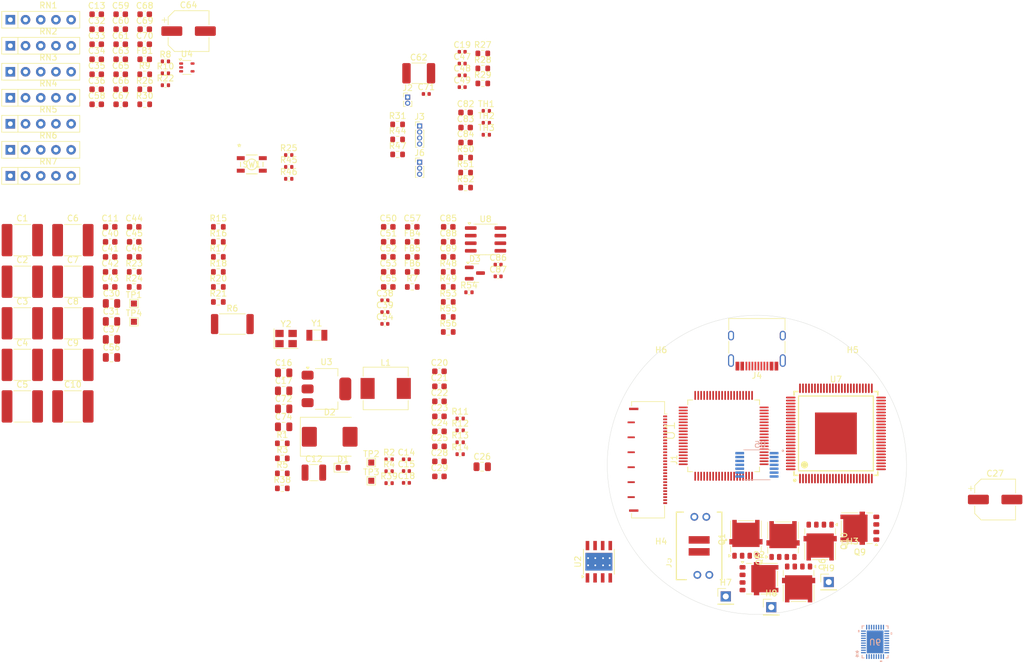
<source format=kicad_pcb>
(kicad_pcb (version 20240108) (generator "pcbnew") (generator_version "8.0")
  (layers (0 "F.Cu" signal "Front Signal") (1 "In1.Cu" power "Upper Ground") (2 "In2.Cu" power "Power") (3 "In3.Cu" signal "Signal") (4 "In4.Cu" power "Lower Ground") (31 "B.Cu" signal "Bottom Signal") (34 "B.Paste" user) (35 "F.Paste" user) (36 "B.SilkS" user "B.Silkscreen") (37 "F.SilkS" user "F.Silkscreen") (38 "B.Mask" user) (39 "F.Mask" user) (44 "Edge.Cuts" user))
  (net 0 "")
  (net 1 "DCBUS")
  (net 2 "GND")
  (net 3 "VCC")
  (net 4 "Net-(D2-K)")
  (net 5 "Net-(U2-BOOT)")
  (net 6 "Net-(C15-Pad1)")
  (net 7 "Net-(U2-COMP)")
  (net 8 "AVCC")
  (net 9 "Net-(U6-BSTA)")
  (net 10 "/SH_A")
  (net 11 "/SH_B")
  (net 12 "Net-(U6-BSTB)")
  (net 13 "/SH_C")
  (net 14 "Net-(U6-BSTC)")
  (net 15 "/Motor/DVDD")
  (net 16 "Net-(U6-CPH)")
  (net 17 "Net-(U6-CPL)")
  (net 18 "Net-(U6-GVDD)")
  (net 19 "/MCU/RTC_XTAL2")
  (net 20 "/MCU/RTC_XTAL1")
  (net 21 "/VBUS_SENSE")
  (net 22 "5V")
  (net 23 "/Encoders/ENC_A")
  (net 24 "/Encoders/ENC_B")
  (net 25 "/Encoders/ENC_Z")
  (net 26 "VDDC")
  (net 27 "/MCU/VDDA")
  (net 28 "/MCU/VAREF")
  (net 29 "/EtherCAT/PFBOUT")
  (net 30 "Net-(C62-Pad1)")
  (net 31 "SHIELD")
  (net 32 "/EtherCAT/VCCTXRX")
  (net 33 "/ETH0_CT1")
  (net 34 "/ETH1_CT1")
  (net 35 "/RESET")
  (net 36 "/TEMP_MOSFETS")
  (net 37 "/TEMP_ICS")
  (net 38 "/TEMP_BACKSIDE")
  (net 39 "/CAN_MODE")
  (net 40 "/CAN_H")
  (net 41 "/CAN_L")
  (net 42 "Net-(D1-Pad2)")
  (net 43 "Net-(U7-VBUS)")
  (net 44 "/VBUS_USB")
  (net 45 "/ETH0_RXN")
  (net 46 "/ETH1_RXP")
  (net 47 "/ETH0_RXP")
  (net 48 "/ETH0_TXP")
  (net 49 "/ETH0_TXN")
  (net 50 "/ETH1_RXN")
  (net 51 "/UART_TX")
  (net 52 "/UART_RX")
  (net 53 "/SPI_MOSI")
  (net 54 "/SPI_MISO")
  (net 55 "/SPI_SCK")
  (net 56 "/SPI_CS")
  (net 57 "Net-(J4-CC2)")
  (net 60 "Net-(J4-DP2)")
  (net 61 "Net-(J4-DN2)")
  (net 62 "Net-(J4-CC1)")
  (net 63 "/USB_D+")
  (net 64 "/USB_D-")
  (net 65 "/TCK")
  (net 66 "/TMS")
  (net 67 "/SWV")
  (net 68 "Net-(Q1-G)")
  (net 69 "/Motor/SENSE_P")
  (net 70 "Net-(Q2-G)")
  (net 71 "Net-(Q5-G)")
  (net 72 "Net-(Q6-G)")
  (net 73 "Net-(Q9-G)")
  (net 74 "Net-(Q10-G)")
  (net 75 "Net-(U2-RT{slash}CLK)")
  (net 76 "Net-(R2-Pad2)")
  (net 77 "/MCU/XTAL2")
  (net 78 "Net-(R7-Pad1)")
  (net 79 "/MDIO")
  (net 80 "Net-(U1-RBIAS)")
  (net 81 "/ECAT0.P0_RXDO")
  (net 82 "Net-(U6-FG)")
  (net 83 "/I2C_SDA")
  (net 84 "/I2C_SCL")
  (net 85 "/NFAULT")
  (net 86 "/Motor/GH_A")
  (net 87 "/Motor/GL_A")
  (net 88 "/Motor/GL_B")
  (net 89 "/Motor/GH_B")
  (net 90 "/Motor/GH_C")
  (net 91 "/Motor/GL_C")
  (net 92 "/EtherCAT/COL_PHYAD0_A")
  (net 93 "/ECAT_RST")
  (net 94 "/EtherCAT/PHY_RST")
  (net 95 "/Power/Regulators/FB")
  (net 96 "/CAN_TX")
  (net 97 "Net-(U8-D)")
  (net 98 "/CAN_RX")
  (net 99 "Net-(U8-R)")
  (net 100 "Net-(U8-Rs)")
  (net 101 "Net-(R54-Pad1)")
  (net 102 "Net-(R54-Pad2)")
  (net 103 "Net-(RN1B-R2.1)")
  (net 104 "Net-(RN1D-R4.1)")
  (net 105 "/ECAT0.P0_TXD3")
  (net 106 "Net-(RN1C-R3.1)")
  (net 107 "Net-(RN1A-R1)")
  (net 108 "Net-(RN2A-R1)")
  (net 109 "Net-(RN2C-R3.1)")
  (net 110 "Net-(RN2B-R2.1)")
  (net 111 "Net-(RN2D-R4.1)")
  (net 112 "/ECAT0.P1_TXD1")
  (net 113 "Net-(RN3A-R1)")
  (net 114 "Net-(RN3B-R2.1)")
  (net 115 "Net-(RN3D-R4.1)")
  (net 116 "/ECAT0.P0_RXD3")
  (net 117 "Net-(RN3C-R3.1)")
  (net 118 "Net-(RN4A-R1)")
  (net 119 "Net-(RN4D-R4.1)")
  (net 120 "Net-(RN4C-R3.1)")
  (net 121 "/ECAT0.P1_RXD3")
  (net 122 "Net-(RN4B-R2.1)")
  (net 123 "Net-(RN5B-R2.1)")
  (net 124 "Net-(RN5A-R1)")
  (net 125 "Net-(RN5C-R3.1)")
  (net 126 "/ECAT0.PO__RX_CLK")
  (net 127 "Net-(RN5D-R4.1)")
  (net 128 "/ETH1_TXP")
  (net 131 "/POWERDOWN_A")
  (net 132 "/ECAT0.P1_TX_ENA")
  (net 133 "/MDC")
  (net 136 "/ETH_PHY_CLK")
  (net 138 "/ECAT0.PO_RX_DVA")
  (net 139 "/ECAT0_P0_RX_ERRB")
  (net 143 "/ECAT0.P0_TX_ENA")
  (net 146 "/ECAT0.P1_RX_ERRB")
  (net 150 "/POWERDOWN_B")
  (net 155 "/ECAT0.P1_RX_DVA")
  (net 157 "/SPI1_SCK")
  (net 159 "/SPI1_MISO")
  (net 161 "/SPI1_MOSI")
  (net 165 "/SPI1_CS")
  (net 169 "/DRVOFF")
  (net 171 "/WAKE")
  (net 172 "/BRAKE")
  (net 173 "/DIR")
  (net 175 "/MCU/XTAL1")
  (net 177 "/ECAT0.P0_RXD1")
  (net 181 "/ECAT0.P0_TXD1")
  (net 183 "/ECAT0.P1_RXD1")
  (net 184 "/ECAT0.P0_TXD0")
  (net 187 "/ECAT0.P1_TXD3")
  (net 188 "/ECAT0.P0_RXD2")
  (net 189 "/ECAT0.P0_TXD2")
  (net 190 "/ECAT0.P1_RXD2")
  (net 193 "/ECAT0.P1_TX_CLK")
  (net 194 "/ECAT0.P0_TX_CLK")
  (net 197 "/ECAT0.P1_TXD0")
  (net 200 "/ECAT0.P1_RXD0")
  (net 202 "/ECAT0.P1_RX_CLK")
  (net 203 "/ECAT0.P1_TXD2")
  (footprint "Capacitor_SMD:C_0603_1608Metric" (layer "F.Cu") (at 39.70725 34.705)
    (property "Reference" "C35")
    (property "Value" "0.1uF")
  )
  (footprint "UMPT:SAMTEC_UMPT-02-12.5-X-V-S-W-X" (layer "F.Cu") (at 140.35 113.55 90)
    (property "Reference" "J5")
    (property "Value" "Mounting holes")
  )
  (footprint "Resistor_SMD:R_0402_1005Metric" (layer "F.Cu") (at 88.55725 101.075)
    (property "Reference" "R4")
    (property "Value" "13K")
  )
  (footprint "Capacitor_SMD:C_0603_1608Metric" (layer "F.Cu") (at 41.95725 60.215)
    (property "Reference" "C11")
    (property "Value" "0.1uF")
  )
  (footprint "Inductor_SMD:L_0603_1608Metric" (layer "F.Cu") (at 92.42725 65.235)
    (property "Reference" "FB5")
    (property "Value" "BLM18PG600")
  )
  (footprint "Capacitor_SMD:C_2220_5750Metric" (layer "F.Cu") (at 35.72725 83.285)
    (property "Reference" "C9")
    (property "Value" "10uF")
  )
  (footprint "Resistor_SMD:R_0402_1005Metric" (layer "F.Cu") (at 100.42725 98.225)
    (property "Reference" "R14")
    (property "Value" "5.1K")
  )
  (footprint "Capacitor_SMD:C_0603_1608Metric" (layer "F.Cu") (at 101.33725 46.115)
    (property "Reference" "C84")
    (property "Value" "2.2uF")
  )
  (footprint "Resistor_SMD:R_0603_1608Metric" (layer "F.Cu") (at 101.33725 51.135)
    (property "Reference" "R51")
    (property "Value" "3.3k")
  )
  (footprint "Capacitor_SMD:C_0603_1608Metric" (layer "F.Cu") (at 43.71725 37.215)
    (property "Reference" "C66")
    (property "Value" "0.1uF")
  )
  (footprint "XMC4800:LQFP-100-XMC4800" (layer "F.Cu") (at 163.2 94.75)
    (property "Reference" "U7")
    (property "Value" "~")
  )
  (footprint "Capacitor_SMD:C_0603_1608Metric" (layer "F.Cu") (at 43.71725 32.195)
    (property "Reference" "C63")
    (property "Value" "0.1uF")
  )
  (footprint "Resistor_SMD:R_0402_1005Metric" (layer "F.Cu") (at 71.78725 50.195)
    (property "Reference" "R45")
    (property "Value" "22R")
  )
  (footprint "Connector_PinHeader_2.54mm:PinHeader_1x01_P2.54mm_Vertical" (layer "F.Cu") (at 152.4 123.8)
    (property "Reference" "H8")
    (property "Value" "SH_B")
  )
  (footprint "Capacitor_SMD:C_0603_1608Metric" (layer "F.Cu") (at 96.96725 84.365)
    (property "Reference" "C20")
    (property "Value" "1uF")
  )
  (footprint "Capacitor_SMD:C_0805_2012Metric" (layer "F.Cu") (at 70.93725 93.645)
    (property "Reference" "C74")
    (property "Value" "47uF")
  )
  (footprint "Capacitor_SMD:C_0402_1005Metric" (layer "F.Cu") (at 87.84725 74.465)
    (property "Reference" "C39")
    (property "Value" "15pF")
  )
  (footprint "Capacitor_SMD:C_0603_1608Metric" (layer "F.Cu") (at 88.41725 62.725)
    (property "Reference" "C51")
    (property "Value" "0.1uF")
  )
  (footprint "Capacitor_SMD:C_0603_1608Metric" (layer "F.Cu") (at 88.41725 60.215)
    (property "Reference" "C50")
    (property "Value" "0.1uF")
  )
  (footprint "DP83849:QFP50P1400X1400X120-80N" (layer "F.Cu") (at 144.4436 95.1526 90)
    (property "Reference" "U1")
    (property "Value" "DP83849IFVS_NOPB")
  )
  (footprint "Resistor_SMD:R_0603_1608Metric" (layer "F.Cu") (at 101.33725 53.645)
    (property "Reference" "R52")
    (property "Value" "3.3k")
  )
  (footprint "Resistor_SMD:R_0402_1005Metric" (layer "F.Cu") (at 51.18725 32.555)
    (property "Reference" "R8")
    (property "Value" "1.5K")
  )
  (footprint "Resistor_SMD:R_0603_1608Metric" (layer "F.Cu") (at 89.97725 43.085)
    (property "Reference" "R31")
    (property "Value" "10k")
  )
  (footprint "Capacitor_SMD:C_0603_1608Metric" (layer "F.Cu") (at 45.96725 65.235)
    (property "Reference" "C46")
    (property "Value" "0.1uF")
  )
  (footprint "Capacitor_SMD:C_0805_2012Metric" (layer "F.Cu") (at 42.17725 82.045)
    (property "Reference" "C56")
    (property "Value" "10uF")
  )
  (footprint "Capacitor_SMD:C_2220_5750Metric" (layer "F.Cu") (at 27.27725 90.235)
    (property "Reference" "C5")
    (property "Value" "10uF")
  )
  (footprint "Package_SO:ONSemi_SO-8FL_488AA" (layer "F.Cu") (at 150.34725 119.035)
    (property "Reference" "Q2")
    (property "Value" "~")
  )
  (footprint "TestPoint:TestPoint_Pad_1.0x1.0mm" (layer "F.Cu") (at 45.92725 76.085)
    (property "Reference" "TP4")
    (property "Value" "TESTPOINT")
  )
  (footprint "Connector_PinHeader_1.00mm:PinHeader_1x02_P1.00mm_Vertical" (layer "F.Cu") (at 91.65725 38.535)
    (property "Reference" "J2")
    (property "Value" "Conn_01x02_Socket")
  )
  (footprint "Inductor_SMD:L_0603_1608Metric" (layer "F.Cu") (at 47.72725 32.195)
    (property "Reference" "FB1")
    (property "Value" "BLM18PG600")
  )
  (footprint "Capacitor_SMD:C_0603_1608Metric" (layer "F.Cu") (at 39.70725 39.725)
    (property "Reference" "C58")
    (property "Value" "0.1uF")
  )
  (footprint "Capacitor_SMD:C_0603_1608Metric" (layer "F.Cu") (at 88.41725 65.235)
    (property "Reference" "C52")
    (property "Value" "0.1uF")
  )
  (footprint "Capacitor_SMD:C_0603_1608Metric" (layer "F.Cu") (at 96.96725 101.935)
    (property "Reference" "C29")
    (property "Value" "10uF")
  )
  (footprint "Capacitor_SMD:C_1210_3225Metric" (layer "F.Cu") (at 75.98725 101.305)
    (property "Reference" "C12")
    (property "Value" "4.7uF")
  )
  (footprint "Capacitor_SMD:C_0603_1608Metric" (layer "F.Cu") (at 43.71725 27.175)
    (property "Reference" "C60")
    (property "Value" "0.1uF")
  )
  (footprint "Capacitor_SMD:C_0603_1608Metric" (layer "F.Cu") (at 39.70725 29.685)
    (property "Reference" "C33")
    (property "Value" "0.1uF")
  )
  (footprint "Resistor_SMD:R_0603_1608Metric" (layer "F.Cu") (at 47.72725 37.215)
    (property "Reference" "R26")
    (property "Value" "10k")
  )
  (footprint "Connector_PinHeader_2.54mm:PinHeader_1x01_P2.54mm_Vertical" (layer "F.Cu") (at 144.8 122)
    (property "Reference" "H7")
    (property "Value" "SH_A")
  )
  (footprint "Resistor_SMD:R_0603_1608Metric" (layer "F.Cu") (at 60.02725 67.745)
    (property "Reference" "R18")
    (property "Value" "2.2R")
  )
  (footprint "Package_TO_SOT_SMD:SOT-23" (layer "F.Cu") (at 102.88725 67.94)
    (property "Reference" "D3")
    (property "Value" "SM24CANB-02HTG")
  )
  (footprint "Capacitor_SMD:C_0402_1005Metric" (layer "F.Cu") (at 100.76725 30.945)
    (property "Reference" "C19")
    (property "Value" "0.1uF")
  )
  (footprint "Capacitor_SMD:C_0603_1608Metric" (layer "F.Cu") (at 96.96725 86.875)
    (property "Reference" "C21")
    (property "Value" "1uF")
  )
  (footprint "MountingHole:MountingHole_2.2mm_M2" (layer "F.Cu") (at 134 84)
    (property "Reference" "H6")
    (property "Value" "MountingHole")
  )
  (footprint "Resistor_SMD:R_2512_6332Metric" (layer "F.Cu") (at 62.36725 76.465)
    (property "Reference" "R6")
    (property "Value" "500uOhm")
  )
  (footprint "Capacitor_SMD:C_0603_1608Metric" (layer "F.Cu") (at 98.43725 62.725)
    (property "Reference" "C88")
    (property "Value" "0.1uF")
  )
  (footprint "Resistor_SMD:R_0603_1608Metric" (layer "F.Cu") (at 92.42725 70.255)
    (property "Reference" "R7")
    (property "Value" "510R")
  )
  (footprint "Capacitor_SMD:C_1812_4532Metric" (layer "F.Cu") (at 93.50725 34.535)
    (property "Reference" "C62")
    (property "Value" "10nF")
  )
  (footprint "Capacitor_SMD:CP_Elec_6.3x5.4" (layer "F.Cu") (at 189.8 105.8)
    (property "Reference" "C27")
    (property "Value" "10uF")
  )
  (footprint "Capacitor_SMD:C_0603_1608Metric" (layer "F.Cu") (at 41.95725 70.255)
    (property "Reference" "C43")
    (property "Value" "0.1uF")
  )
  (footprint "Capacitor_SMD:C_0603_1608Metric" (layer "F.Cu") (at 43.71725 29.685)
    (property "Reference" "C61")
    (property "Value" "0.1uF")
  )
  (footprint "Capacitor_SMD:C_2220_5750Metric" (layer "F.Cu") (at 35.72725 69.385)
    (property "Reference" "C7")
    (property "Value" "22uF")
  )
  (footprint "Capacitor_SMD:C_0603_1608Metric" (layer "F.Cu") (at 47.72725 27.175)
    (property "Reference" "C69")
    (property "Value" "0.1uF")
  )
  (footprint "Inductor_SMD:L_0603_1608Metric" (layer "F.Cu") (at 92.42725 62.725)
    (property "Reference" "FB4")
    (property "Value" "BLM18PG600")
  )
  (footprint "Resistor_SMD:R_0603_1608Metric" (layer "F.Cu") (at 60.02725 70.255)
    (property "Reference" "R20")
    (property "Value" "2.2R")
  )
  (footprint "Package_SO:TI_SO-PowerPAD-8_ThermalVias" (layer "F.Cu") (at 123.6 116.2 90)
    (property "Reference" "U2")
    (property "Value" "TPS54360DDAR")
  )
  (footprint "Resistor_SMD:R_0402_1005Metric" (layer "F.Cu") (at 101.89725 71.155)
    (property "Reference" "R54")
    (property "Value" "120R")
  )
  (footprint "Capacitor_SMD:C_0805_2012Metric" (layer "F.Cu") (at 70.93725 90.635)
    (property "Reference" "C72")
    (property "Value" "47uF")
  )
  (footprint "Diode_SMD:D_SMC" (layer "F.Cu") (at 78.63225 95.305)
    (property "Reference" "D2")
    (property "Value" "B560C")
  )
  (footprint "Capacitor_SMD:C_0603_1608Metric" (layer "F.Cu") (at 96.96725 94.405)
    (property "Reference" "C24")
    (property "Value" "1uF")
  )
  (footprint "Capacitor_SMD:C_0603_1608Metric" (layer "F.Cu") (at 41.95725 65.235)
    (property "Reference" "C41")
    (property "Value" "2.2uF")
  )
  (footprint "Capacitor_SMD:C_0603_1608Metric" (layer "F.Cu") (at 39.70725 37.215)
    (property "Reference" "C36")
    (property "Value" "0.1uF")
  )
  (footprint "Resistor_SMD:R_0402_1005Metric" (layer "F.Cu") (at 88.55725 99.085)
    (property "Reference" "R2")
    (property "Value" "523K")
  )
  (footprint "Resistor_SMD:R_0402_1005Metric" (layer "F.Cu") (at 104.79725 44.815)
    (property "Reference" "TH3")
    (property "Value" "10k")
  )
  (footprint "Package_TO_SOT_SMD:SOT-353_SC-70-5" (layer "F.Cu") (at 54.76725 33.56)
    (property "Reference" "U4")
    (property "Value" "NC7SZ125P5X")
  )
  (footprint "Connector_USB:USB_C_Receptacle_HRO_TYPE-C-31-M-12" (layer "F.Cu") (at 150 79.44 180)
    (property "Reference" "J4")
    (property "Value" "TYPE-C-31-M-12")
  )
  (footprint "Resistor_SMD:R_0603_1608Metric" (layer "F.Cu") (at 45.96725 70.255)
    (property "Reference" "R24")
    (property "Value" "1k")
  )
  (footprint "Capacitor_SMD:C_0402_1005Metric" (layer "F.Cu") (at 100.76725 36.855)
    (property "Reference" "C49")
    (property "Value" "22nF")
  )
  (footprint "Resistor_SMD:R_0603_1608Metric" (layer "F.Cu") (at 70.71725 98.915)
    (property "Reference" "R3")
    (property "Value" "84R5")
  )
  (footprint "Resistor_THT:R_Array_SIP5" (layer "F.Cu") (at 25.27725 51.685)
    (property "Reference" "RN7")
    (property "Value" "49R9")
  )
  (footprint "Resistor_SMD:R_0402_1005Metric" (layer "F.Cu") (at 51.18725 34.545)
    (property "Reference" "R10")
    (property "Value" "2.2K")
  )
  (footprint "Inductor_SMD:L_Sunlord_MWSA0603S" (layer "F.Cu") (at 87.98725 87.23)
    (property "Reference" "L1")
    (property "Value" "8.2uH")
  )
  (footprint "Capacitor_SMD:C_0402_1005Metric" (layer "F.Cu") (at 91.44725 99.075)
    (property "Reference" "C14")
    (property "Value" "0.1uF")
  )
  (footprint "Capacitor_SMD:C_0603_1608Metric" (layer "F.Cu") (at 101.33725 41.095)
    (property "Reference" "C82")
    (property "Value" "2.2uF")
  )
  (footprint "MountingHole:MountingHole_2.2mm_M2" (layer "F.Cu") (at 134 116)
    (property "Reference" "H4")
    (property "Value" "MountingHole")
  )
  (footprint "Package_SO:ONSemi_SO-8FL_488AA" (layer "F.Cu") (at 156.965 119.74725 -90)
    (property "Reference" "Q6")
    (property "Value" "~")
  )
  (footprint "Capacitor_SMD:C_0603_1608Metric" (layer "F.Cu") (at 96.96725 99.425)
    (property "Reference" "C28")
    (property "Value" "470pF")
  )
  (footprint "Capacitor_SMD:C_0805_2012Metric" (layer "F.Cu") (at 42.17725 76.025)
    (property "Reference" "C31")
    (property "Value" "10uF")
  )
  (footprint "Capacitor_SMD:C_0603_1608Metric" (layer "F.Cu") (at 41.95725 67.745)
    (property "Reference" "C42")
    (property "Value" "0.1uF")
  )
  (footprint "Resistor_THT:R_Array_SIP5" (layer "F.Cu") (at 25.27725 47.335)
    (property "Reference" "RN6")
    (property "Value" "49R9")
  )
  (footprint "Capacitor_SMD:C_0603_1608Metric" (layer "F.Cu") (at 88.41725 67.745)
    (property "Reference" "C53")
    (property "Value" "0.1uF")
  )
  (footprint "Resistor_SMD:R_0603_1608Metric" (layer "F.Cu") (at 89.97725 48.105)
    (property "Reference" "R47")
    (property "Value" "5.1k")
  )
  (footprint "Capacitor_SMD:C_0603_1608Metric" (layer "F.Cu") (at 88.41725 70.255)
    (property "Reference" "C55")
    (property "Value" "0.1uF")
  )
  (footprint "Capacitor_SMD:C_0603_1608Metric" (layer "F.Cu") (at 45.96725 62.725)
    (property "Reference" "C45")
    (property "Value" "0.1uF")
  )
  (footprint "Resistor_SMD:R_0402_1005Metric" (layer "F.Cu") (at 71.78725 48.205)
    (property "Reference" "R25")
    (property "Value" "1M")
  )
  (footprint "Resistor_SMD:R_0603_1608Metric" (layer "F.Cu") (at 98.43725 70.255)
    (property "Reference" "R49")
    (property "Value" "22R")
  )
  (footprint "Resistor_SMD:R_0603_1608Metric" (layer "F.Cu") (at 89.97725 45.595)
    (property "Reference" "R44")
    (property "Value" "5.1k")
  )
  (footprint "Connector_PinHeader_1.00mm:PinHeader_1x04_P1.00mm_Vertical" (layer "F.Cu") (at 93.65725 43.355)
    (property "Reference" "J3")
    (property "Value" "Conn_01x04_Socket")
  )
  (footprint "Connector_PinHeader_1.00mm:PinHeader_1x03_P1.00mm_Vertical" (layer "F.Cu") (at 93.65725 49.405)
    (property "Reference" "J6")
    (property "Value" "Conn_01x03_Pin")
  )
  (footprint "MountingHole:MountingHole_2.2mm_M2" (layer "F.Cu") (at 166 116)
    (property "Reference" "H3")
    (property "Value" "MountingHole")
  )
  (footprint "Capacitor_SMD:C_0402_1005Metric" (layer "F.Cu") (at 91.44725 103.015)
    (property "Reference" "C18")
    (property "Value" "39pF")
  )
  (footprint "Resistor_SMD:R_0603_1608Metric" (layer "F.Cu") (at 60.02725 62.725)
    (property "Reference" "R16")
    (property "Value" "2.2R")
  )
  (footprint "MountingHole:MountingHole_2.2mm_M2" (layer "F.Cu") (at 166 84)
    (property "Reference" "H5")
    (property "Value" "MountingHole")
  )
  (footprint "Resistor_SMD:R_0603_1608Metric" (layer "F.Cu") (at 98.43725 75.275)
    (property "Reference" "R55")
    (property "Value" "0")
  )
  (footprint "Capacitor_SMD:C_0402_1005Metric" (layer "F.Cu") (at 106.76725 66.525)
    (property "Reference" "C86")
    (property "Value" "330pF")
  )
  (footprint "Resistor_SMD:R_0603_1608Metric" (layer "F.Cu") (at 104.20725 36.235)
    (property "Reference" "R29")
    (property "Value" "3.3k")
  )
  (footprint "Capacitor_SMD:C_0603_1608Metric" (layer "F.Cu") (at 39.70725 27.175)
    (property "Reference" "C32")
    (property "Value" "0.1uF")
  )
  (footprint "Resistor_SMD:R_0603_1608Metric" (layer "F.Cu") (at 47.72725 39.725)
    (property "Reference" "R30")
    (property "Value" "10k")
  )
  (footprint "Diode_SMD:D_0603_1608Metric" (layer "F.Cu") (at 80.85725 100.475)
    (property "Reference" "D1")
    (property "Value" "LTST-C190KGKT")
  )
  (footprint "Resistor_SMD:R_0603_1608Metric" (layer "F.Cu") (at 98.43725 67.745)
    (property "Reference" "R48")
    (property "Value" "22R")
  )
  (footprint "Inductor_SMD:L_0603_1608Metric" (layer "F.Cu") (at 92.42725 67.745)
    (property "Reference" "FB6")
    (property "Value" "BLM18PG600")
  )
  (footprint "Capacitor_SMD:C_2220_5750Metric" (layer "F.Cu") (at 27.27725 69.385)
    (property "Reference" "C2")
    (property "Value" "10uF")
  )
  (footprint "Connector_PinHeader_2.54mm:PinHeader_1x01_P2.54mm_Vertical" (layer "F.Cu") (at 162 119.6)
    (property "Reference" "H9")
    (property "Value" "SH_C")
  )
  (footprint "Capacitor_SMD:C_0805_2012Metric" (layer "F.Cu") (at 70.93725 84.615)
    (property "Reference" "C16")
    (property "Value" "4.7uF")
  )
  (footprint "Resistor_THT:R_Array_SIP5" (layer "F.Cu") (at 25.27725 42.985)
    (property "Reference" "RN5")
    (property "Value" "49R9")
  )
  (footprint "Resistor_SMD:R_0402_1005Metric" (layer "F.Cu") (at 88.55725 103.065)
    (property "Reference" "R39")
    (property "Value" "10.2K")
  )
  (footprint "Capacitor_SMD:C_0603_1608Metric" (layer "F.Cu") (at 45.96725 60.215)
    (property "Reference" "C44")
    (property "Value" "0.1uF")
  )
  (footprint "Package_SO:SOIC-8_3.9x4.9mm_P1.27mm" (layer "F.Cu") (at 104.66725 62.315)
    (property "Reference" "U8")
    (property "Value" "SN65HVD231")
  )
  (footprint "Resistor_SMD:R_0603_1608Metric" (layer "F.Cu") (at 70.71725 96.405)
    (property "Reference" "R1")
    (property "Value" "162K")
  )
  (footprint "Capacitor_SMD:C_2220_5750Metric" (layer "F.Cu") (at 35.72725 90.235)
    (property "Reference" "C10")
    (property "Value" "10uF")
  )
  (footprint "Resistor_SMD:R_0402_1005Metric" (layer "F.Cu") (at 71.78725 52.185)
    (property "Reference" "R46")
    (property "Value" "22R")
  )
  (footprint "Capacitor_SMD:C_0603_1608Metric" (layer "F.Cu") (at 96.96725 89.385)
    (property "Reference" "C22")
    (property "Value" "1uF")
  )
  (footprint "Capacitor_SMD:C_0402_1005Metric" (layer "F.Cu") (at 91.44725 101.045)
    (property "Reference" "C15")
    (property "Value" "6800pF")
  )
  (footprint "Capacitor_SMD:C_0603_1608Metric" (layer "F.Cu") (at 96.96725 91.895)
    (property "Reference" "C23")
    (property "Value" "1uF")
  )
  (footprint "Capacitor_SMD:C_0603_1608Metric" (layer "F.Cu") (at 96.96725 96.915)
    (property "Reference" "C25")
    (property "Value" "1uF")
  )
  (footprint "Connector_FFC-FPC:Hirose_FH41-30S-0.5SH_1x30_1MP_1SH_P0.5mm_Horizontal" (layer "F.Cu") (at 131.7 99.15 -90)
    (property "Reference" "J1")
    (property "Value" "FH41-40S-0.5SH_05_")
  )
  (footprint "Resistor_SMD:R_0402_1005Metric" (layer "F.Cu") (at 100.42725 92.255)
    (property "Reference" "R11")
    (property "Value" "5.1K")
  )
  (footprint "Capacitor_SMD:C_0805_2012Metric" (layer "F.Cu") (at 42.17725 73.015)
    (property "Reference" "C30")
    (property "Value" "10uF")
  )
  (footprint "Resistor_THT:R_Array_SIP5" (layer "F.Cu") (at 25.27725 25.585)
    (property "Reference" "RN1")
    (property "Value" "49R9")
  )
  (footprint "Resistor_SMD:R_0603_1608Metric" (layer "F.Cu") (at 70.71725 101.425)
    (property "Reference" "R5")
    (property "Value" "1k")
  )
  (footprint "Crystal:Crystal_SMD_3225-4Pin_3.2x2.5mm" (layer "F.Cu") (at 71.33725 78.885)
    (property "Reference" "Y2")
    (property "Value" "12 MHz")
  )
  (footprint "Resistor_SMD:R_0603_1608Metric" (layer "F.Cu") (at 70.71725 103.935)
    (property "Reference" "R38")
    (property "Value" "53.6K")
  )
  (footprint "Package_SO:ONSemi_SO-8FL_488AA" (layer "F.Cu") (at 154.365 112.65275 90)
    (property "Reference" "Q5")
    (property "Value" "~")
  )
  (footprint "Capacitor_SMD:C_0402_1005Metric" (layer "F.Cu") (at 100.76725 34.885)
    (property "Reference" "C48")
    (property "Value" "22nF")
  )
  (footprint "Capacitor_SMD:C_0402_1005Metric" (layer "F.Cu") (at 94.76725 37.995)
    (property "Reference" "C71")
    (property "Value" "10nF")
  )
  (footprint "Package_SO:ONSemi_SO-8FL_488AA" (layer "F.Cu") (at 160.565 112.74725 -90)
    (property "Reference" "Q10")
    (property "Value" "~")
  )
  (footprint "Resistor_SMD:R_0603_1608Metric" (layer "F.Cu") (at 101.33725 48.625)
    (property "Reference" "R50")
    (property "Value" "3.3k")
  )
  (footprint "Resistor_SMD:R_0402_1005Metric" (layer "F.Cu") (at 100.42725 96.235)
    (property "Reference" "R13")
    (property "Value" "5.1K")
  )
  (footprint "Capacitor_SMD:C_2220_5750Metric" (layer "F.Cu") (at 35.72725 62.435)
    (property "Reference" "C6")
    (property "Value" "10uF")
  )
  (footprint "TestPoint:TestPoint_Pad_1.0x1.0mm" (layer "F.Cu") (at 85.57725 102.665)
    (property "Reference" "TP3")
    (property "Value" "TESTPOINT")
  )
  (footprint "Resistor_SMD:R_0603_1608Metric" (layer "F.Cu") (at 98.43725 77.785)
    (property "Reference" "R56")
    (property "Value" "0")
  )
  (footprint "Capacitor_SMD:C_0603_1608Metric" (layer "F.Cu") (at 41.95725 62.725)
    (property "Reference" "C40")
    (property "Value" "2.2uF")
  )
  (footprint "Capacitor_SMD:C_0402_1005Metric" (layer "F.Cu") (at 100.76725 32.915)
    (property "Reference" "C47")
    (property "Value" "22nF")
  )
  (footprint "TestPoint:TestPoint_Pad_1.0x1.0mm" (layer "F.Cu") (at 85.57725 99.615)
    (property "Reference" "TP2")
    (property "Value" "TESTPOINT")
  )
  (footprint "Resistor_THT:R_Array_SIP5" (layer "F.Cu") (at 25.27725 38.635)
    (property "Reference" "RN4")
    (property "Value" "49R9")
  )
  (footprint "Resistor_THT:R_Array_SIP5" (layer "F.Cu") (at 25.27725 29.935)
    (property "Reference" "RN2")
    (property "Value" "49R9")
  )
  (footprint "Capacitor_SMD:C_0603_1608Metric" (layer "F.Cu") (at 43.71725 39.725)
    (property "Reference" "C67")
    (property "Value" "0.1uF")
  )
  (footprint "Resistor_SMD:R_0402_1005Metric" (layer "F.Cu") (at 51.18725 36.535)
    (property "Reference" "R22")
    (property "Value" "2.2K")
  )
  (footprint "Capacitor_SMD:C_0603_1608Metric" (layer "F.Cu") (at 43.71725 34.705)
    (property "Reference" "C65")
    (property "Value" "0.1uF")
  )
  (footprint "Resistor_SMD:R_0402_1005Metric" (layer "F.Cu") (at 104.79725 40.835)
    (property "Reference" "TH1")
    (property "Value" "10k")
  )
  (footprint "Capacitor_SMD:C_0402_1005Metric" (layer "F.Cu") (at 87.84725 76.435)
    (property "Reference" "C54")
    (property "Value" "10uF")
  )
  (footprint "Capacitor_SMD:C_0603_1608Metric" (layer "F.Cu") (at 39.70725 24.665)
    (property "Reference" "C13")
    (property "Value" "0.1uF")
  )
  (footprint "Resistor_SMD:R_0402_1005Metric" (layer "F.Cu") (at 100.42725 94.245)
    (property "Reference" "R12")
    (property "Value" "5.1K")
  )
  (footprint "Resistor_SMD:R_0402_1005Metric" (layer "F.Cu") (at 104.79725 42.825)
    (property "Reference" "TH2")
    (property "Value" "10k")
  )
  (footprint "Capacitor_SMD:C_0603_1608Metric" (layer "F.Cu") (at 47.72725 29.685)
    (property "Reference" "C70")
    (property "Value" "0.1uF")
  )
  (footprint "Capacitor_SMD:C_2220_5750Metric" (layer "F.Cu") (at 27.27725 83.285)
    (property "Reference" "C4")
    (property "Value" "10uF")
  )
  (footprint "footprints:SW_EVP-AA102K_PAN" (layer "F.Cu") (at 65.61275 49.7752)
    (property "Reference" "SW1")
    (property "Value" "EVP-AA202K")
  )
  (footprint "Capacitor_SMD:C_2220_5750Metric" (layer "F.Cu") (at 27.27725 62.435)
    (property "Reference" "C1")
    (property "Value" "10uF")
  )
  (footprint "Resistor_SMD:R_0603_1608Metric" (layer "F.Cu") (at 47.72725 34.705)
    (property "Reference" "R9")
    (property "Value" "4.87k, 1%")
  )
  (footprint "Package_SO:ONSemi_SO-8FL_488AA" (layer "F.Cu") (at 148.165 112.45275 90)
    (property "Reference" "Q1")
    (property "Value" "~")
  )
  (footprint "Capacitor_SMD:C_0805_2012Metric" (layer "F.Cu") (at 70.93725 87.625)
    (property "Reference" "C17")
    (property "Value" "4.7uF")
  )
  (footprint "Capacitor_SMD:C_0603_1608Metric" (layer "F.Cu") (at 47.72725 24.665)
    (property "Reference" "C68")
    (property "Value" "0.1uF")
  )
  (footprint "Resistor_SMD:R_0603_1608Metric" (layer "F.Cu") (at 45.96725 67.745)
    (property "Reference" "R23")
    (property "Value" "18K")
  )
  (footprint "Capacitor_SMD:C_0603_1608Metric" (layer "F.Cu") (at 92.42725 60.215)
    (property "Reference" "C57")
    (property "Value" "0.1uF")
  )
  (footprint "Capacitor_SMD:CP_Elec_6.3x5.4" (layer "F.Cu") (at 55.05725 27.485)
    (property "Reference" "C64")
    (property "Value" "10uF")
  )
  (footprint "Capacitor_SMD:C_0603_1608Metric" (layer "F.Cu") (at 43.71725 24.665)
    (property "Reference" "C59")
    (property "Value" "0.1uF")
  )
  (footprint "Resistor_SMD:R_0603_1608Metric" (layer "F.Cu") (at 104.20725 31.215)
    (property "Reference" "R27")
    (property "Value" "3.3k")
  )
  (footprint "Resistor_SMD:R_0603_1608Metric" (layer "F.Cu") (at 98.43725 72.765)
    (property "Reference" "R53")
    (property "Value" "22R")
  )
  (footprint "Capacitor_SMD:C_0805_2012Metric" (layer "F.Cu") (at 104.10725 100.315)
    (property "Reference" "C26")
    (property "Value" "0.1uF")
  )
  (footprint "Resistor_THT:R_Array_SIP5" (layer "F.Cu") (at 25.27725 34.285)
    (property "Reference" "RN3")
    (property "Value" "49R9")
  )
  (footprint "Capacitor_SMD:C_0402_1005Metric" (layer "F.Cu") (at 87.84725 72.495)
    (property "Reference" "C38")
    (property "Value" "15pF")
  )
  (footprint "Capacitor_SMD:C_0805_2012Metric" (layer "F.Cu") (at 42.17725 79.035)
    (property "Reference" "C37")
    (property "Value" "10uF")
  )
  (footprint "Capacitor_SMD:C_2220_5750Metric" (layer "F.Cu") (at 27.27725 76.335)
    (property "Reference" "C3")
    (property "Value" "10uF")
  )
  (footprint "Capacitor_SMD:C_0603_1608Metric" (layer "F.Cu") (at 98.43725 60.215)
    (property "Reference" "C85")
    (property "Value" "1uF")
  )
  (footprint "Package_SO:ONSemi_SO-8FL_488AA" (layer "F.Cu") (at 167.2 110.6 180)
    (property "Reference" "Q9")
    (property "Value" "~")
  )
  (footprint "Package_TO_SOT_SMD:SOT-223" (layer "F.Cu") (at 78.08725 87.31)
    (property "Reference" "U3")
    (property "Value" "LDL1117S33R")
  )
  (footprint "Crystal:Crystal_SMD_3215-2Pin_3.2x1.5mm" (layer "F.Cu") (at 76.48725 78.335)
    (property "Reference" "Y1")
    (property "Value" "32.768 KHZ")
  )
  (footprint "TestPoint:TestPoint_Pad_1.0x1.0mm" (layer "F.Cu") (at 45.92725 73.035)
    (property "Reference" "TP1")
    (property "Value" "TESTPOINT")
  )
  (footprint "Capacitor_SMD:C_0603_1608Metric" (layer "F.Cu") (at 98.43725 65.235)
    (property "Reference" "C89")
    (property "Value" "0.1uF")
  )
  (footprint "Resistor_SMD:R_0603_1608Metric" (layer "F.Cu") (at 60.02725 72.765)
    (property "Reference" "R21")
    (property "Value" "2.2R")
  )
  (footprint "Capacitor_SMD:C_0603_1608Metric" (layer "F.Cu") (at 39.70725 32.195)
    (property "Reference" "C34")
    (property "Value" "0.1uF")
  )
  (footprint "Capacitor_SMD:C_2220_5750Metric" (layer "F.Cu") (at 35.72725 76.335)
    (property "Reference" "C8")
    (property "Value" "22uF")
  )
  (footprint "Capacitor_SMD:C_0402_1005Metric" (layer "F.Cu") (at 106.76725 68.495)
    (property "Reference" "C87")
    (property "Value" "330pF")
  )
  (footprint "Resistor_SMD:R_0603_1608Metric" (layer "F.Cu") (at 104.20725 33.725)
    (property "Reference" "R28")
    (property "Value" "3.3k")
  )
  (footprint "Capacitor_SMD:C_0603_1608Metric" (layer "F.Cu") (at 101.33725 43.605)
    (property "Reference" "C83")
    (property "Value" "2.2uF")
  )
  (footprint "Resistor_SMD:R_0603_1608Metric" (layer "F.Cu") (at 60.02725 65.235)
    (property "Reference" "R17")
    (property "Value" "2.2R")
  )
  (footprint "Resistor_SMD:R_0603_1608Metric" (layer "F.Cu") (at 60.02725 60.215)
    (property "Reference" "R15")
    (property "Value" "2.2R")
  )
  (footprint "AMS:SOP65P640X120-14N" (layer "B.Cu") (at 150 100 180)
    (property "Reference" "U5")
    (property "Value" "AS5047P-ATSM")
  )
  (footprint "footprints:WQFN36_REE_TEX" (layer "B.Cu") (at 169.7431 129.600001)
    (property "Reference" "U6")
    (property "Value" "MCF8329A1IREER")
  )
  (gr_circle (center 150 100) (end 175 100) (stroke (width 0.05)) (fill none) (layer "Edge.Cuts"))
)
</source>
